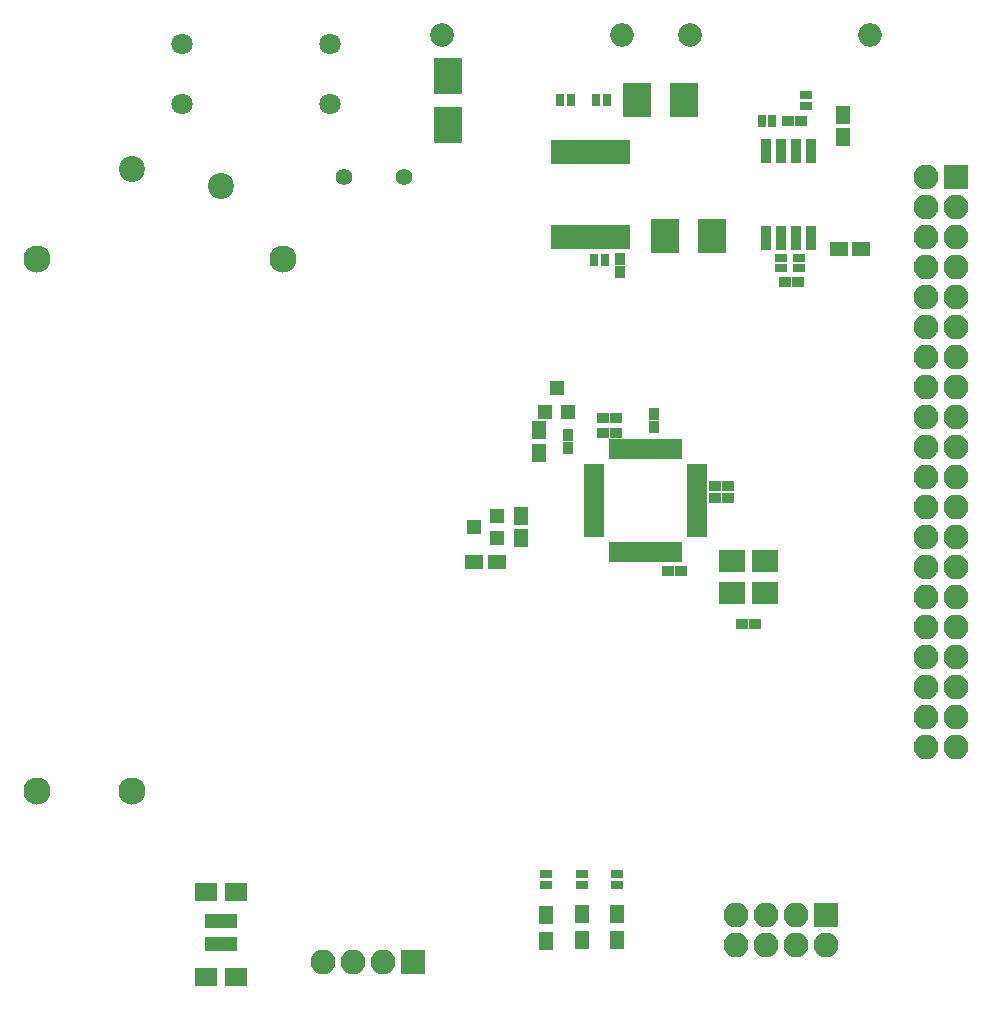
<source format=gbr>
G04 #@! TF.FileFunction,Soldermask,Top*
%FSLAX46Y46*%
G04 Gerber Fmt 4.6, Leading zero omitted, Abs format (unit mm)*
G04 Created by KiCad (PCBNEW 4.0.7) date Thu Jul  5 02:12:39 2018*
%MOMM*%
%LPD*%
G01*
G04 APERTURE LIST*
%ADD10C,0.100000*%
%ADD11R,0.950000X2.150000*%
%ADD12C,2.300000*%
%ADD13R,2.100000X2.100000*%
%ADD14O,2.100000X2.100000*%
%ADD15R,1.300000X1.200000*%
%ADD16R,1.150000X1.600000*%
%ADD17R,1.600000X1.150000*%
%ADD18C,2.000000*%
%ADD19O,2.000000X2.000000*%
%ADD20R,1.700000X0.650000*%
%ADD21R,0.650000X1.700000*%
%ADD22R,1.200000X1.300000*%
%ADD23R,1.000000X0.800000*%
%ADD24R,0.800000X1.000000*%
%ADD25R,2.700000X1.250000*%
%ADD26C,1.800000*%
%ADD27C,1.400000*%
%ADD28R,2.430000X3.050000*%
%ADD29R,1.300000X1.600000*%
%ADD30R,1.000000X0.900000*%
%ADD31R,0.900000X1.000000*%
%ADD32R,2.400000X2.900000*%
%ADD33R,1.900000X1.650000*%
%ADD34R,0.850000X2.150000*%
%ADD35R,2.200000X1.940000*%
%ADD36C,2.200000*%
G04 APERTURE END LIST*
D10*
D11*
X165735000Y-86310000D03*
X164465000Y-86310000D03*
X163195000Y-86310000D03*
X161925000Y-86310000D03*
X161925000Y-93710000D03*
X163195000Y-93710000D03*
X164465000Y-93710000D03*
X165735000Y-93710000D03*
D12*
X108200000Y-140450000D03*
X100200000Y-140450000D03*
X121000000Y-95450000D03*
X100200000Y-95450000D03*
D13*
X178000000Y-88500000D03*
D14*
X175460000Y-88500000D03*
X178000000Y-91040000D03*
X175460000Y-91040000D03*
X178000000Y-93580000D03*
X175460000Y-93580000D03*
X178000000Y-96120000D03*
X175460000Y-96120000D03*
X178000000Y-98660000D03*
X175460000Y-98660000D03*
X178000000Y-101200000D03*
X175460000Y-101200000D03*
X178000000Y-103740000D03*
X175460000Y-103740000D03*
X178000000Y-106280000D03*
X175460000Y-106280000D03*
X178000000Y-108820000D03*
X175460000Y-108820000D03*
X178000000Y-111360000D03*
X175460000Y-111360000D03*
X178000000Y-113900000D03*
X175460000Y-113900000D03*
X178000000Y-116440000D03*
X175460000Y-116440000D03*
X178000000Y-118980000D03*
X175460000Y-118980000D03*
X178000000Y-121520000D03*
X175460000Y-121520000D03*
X178000000Y-124060000D03*
X175460000Y-124060000D03*
X178000000Y-126600000D03*
X175460000Y-126600000D03*
X178000000Y-129140000D03*
X175460000Y-129140000D03*
X178000000Y-131680000D03*
X175460000Y-131680000D03*
X178000000Y-134220000D03*
X175460000Y-134220000D03*
X178000000Y-136760000D03*
X175460000Y-136760000D03*
D13*
X167000000Y-151000000D03*
D14*
X167000000Y-153540000D03*
X164460000Y-151000000D03*
X164460000Y-153540000D03*
X161920000Y-151000000D03*
X161920000Y-153540000D03*
X159380000Y-151000000D03*
X159380000Y-153540000D03*
D15*
X139170000Y-119090000D03*
X139170000Y-117190000D03*
X137170000Y-118140000D03*
D16*
X141170000Y-117190000D03*
X141170000Y-119090000D03*
D17*
X137220000Y-121140000D03*
X139120000Y-121140000D03*
D18*
X134500000Y-76500000D03*
D19*
X149740000Y-76500000D03*
D18*
X155500000Y-76500000D03*
D19*
X170740000Y-76500000D03*
D20*
X156020000Y-118640000D03*
X156020000Y-118140000D03*
X156020000Y-117640000D03*
X156020000Y-117140000D03*
X156020000Y-116640000D03*
X156020000Y-116140000D03*
X156020000Y-115640000D03*
X156020000Y-115140000D03*
X156020000Y-114640000D03*
X156020000Y-114140000D03*
X156020000Y-113640000D03*
X156020000Y-113140000D03*
D21*
X154420000Y-111540000D03*
X153920000Y-111540000D03*
X153420000Y-111540000D03*
X152920000Y-111540000D03*
X152420000Y-111540000D03*
X151920000Y-111540000D03*
X151420000Y-111540000D03*
X150920000Y-111540000D03*
X150420000Y-111540000D03*
X149920000Y-111540000D03*
X149420000Y-111540000D03*
X148920000Y-111540000D03*
D20*
X147320000Y-113140000D03*
X147320000Y-113640000D03*
X147320000Y-114140000D03*
X147320000Y-114640000D03*
X147320000Y-115140000D03*
X147320000Y-115640000D03*
X147320000Y-116140000D03*
X147320000Y-116640000D03*
X147320000Y-117140000D03*
X147320000Y-117640000D03*
X147320000Y-118140000D03*
X147320000Y-118640000D03*
D21*
X148920000Y-120240000D03*
X149420000Y-120240000D03*
X149920000Y-120240000D03*
X150420000Y-120240000D03*
X150920000Y-120240000D03*
X151420000Y-120240000D03*
X151920000Y-120240000D03*
X152420000Y-120240000D03*
X152920000Y-120240000D03*
X153420000Y-120240000D03*
X153920000Y-120240000D03*
X154420000Y-120240000D03*
D22*
X143220000Y-108390000D03*
X145120000Y-108390000D03*
X144170000Y-106390000D03*
D23*
X146300000Y-148450000D03*
X146300000Y-147550000D03*
X149300000Y-148450000D03*
X149300000Y-147550000D03*
X143300000Y-148450000D03*
X143300000Y-147550000D03*
X163200000Y-96250000D03*
X163200000Y-95350000D03*
X164700000Y-96250000D03*
X164700000Y-95350000D03*
D24*
X148280000Y-95510000D03*
X147380000Y-95510000D03*
X145404000Y-81944000D03*
X144504000Y-81944000D03*
X148404000Y-81944000D03*
X147504000Y-81944000D03*
X162450000Y-83750000D03*
X161550000Y-83750000D03*
D23*
X165330000Y-82460000D03*
X165330000Y-81560000D03*
D25*
X115750000Y-151525000D03*
X115750000Y-153475000D03*
D13*
X132000000Y-155000000D03*
D14*
X129460000Y-155000000D03*
X126920000Y-155000000D03*
X124380000Y-155000000D03*
D26*
X112500000Y-82290000D03*
X112500000Y-77210000D03*
X125000000Y-82290000D03*
X125000000Y-77210000D03*
D27*
X131290000Y-88500000D03*
X126210000Y-88500000D03*
D28*
X135000000Y-79910000D03*
X135000000Y-84090000D03*
D29*
X146300000Y-153100000D03*
X146300000Y-150900000D03*
X149300000Y-153100000D03*
X149300000Y-150900000D03*
X143300000Y-153200000D03*
X143300000Y-151000000D03*
D30*
X157620000Y-115640000D03*
X158720000Y-115640000D03*
X148120000Y-110140000D03*
X149220000Y-110140000D03*
X148120000Y-108890000D03*
X149220000Y-108890000D03*
X157620000Y-114640000D03*
X158720000Y-114640000D03*
D31*
X152420000Y-109690000D03*
X152420000Y-108590000D03*
D30*
X154720000Y-121890000D03*
X153620000Y-121890000D03*
X159870000Y-126390000D03*
X160970000Y-126390000D03*
D31*
X145170000Y-110340000D03*
X145170000Y-111440000D03*
D16*
X142670000Y-109940000D03*
X142670000Y-111840000D03*
D32*
X153330000Y-93510000D03*
X157330000Y-93510000D03*
D30*
X164650000Y-97400000D03*
X163550000Y-97400000D03*
D33*
X114500000Y-156250000D03*
X117000000Y-156250000D03*
D31*
X149580000Y-95460000D03*
X149580000Y-96560000D03*
D17*
X168050000Y-94600000D03*
X169950000Y-94600000D03*
D33*
X114500000Y-149000000D03*
X117000000Y-149000000D03*
D32*
X150954000Y-81944000D03*
X154954000Y-81944000D03*
D30*
X164880000Y-83760000D03*
X163780000Y-83760000D03*
D16*
X168400000Y-85150000D03*
X168400000Y-83250000D03*
D34*
X144155000Y-93610000D03*
X144805000Y-93610000D03*
X145455000Y-93610000D03*
X146105000Y-93610000D03*
X146755000Y-93610000D03*
X147405000Y-93610000D03*
X148055000Y-93610000D03*
X148705000Y-93610000D03*
X149355000Y-93610000D03*
X150005000Y-93610000D03*
X150005000Y-86410000D03*
X149355000Y-86410000D03*
X148705000Y-86410000D03*
X148055000Y-86410000D03*
X147405000Y-86410000D03*
X146755000Y-86410000D03*
X146105000Y-86410000D03*
X145455000Y-86410000D03*
X144805000Y-86410000D03*
X144155000Y-86410000D03*
D35*
X161820000Y-123730000D03*
X161820000Y-121050000D03*
X159020000Y-121050000D03*
X159020000Y-123730000D03*
D36*
X115750000Y-89250000D03*
X108250000Y-87850000D03*
M02*

</source>
